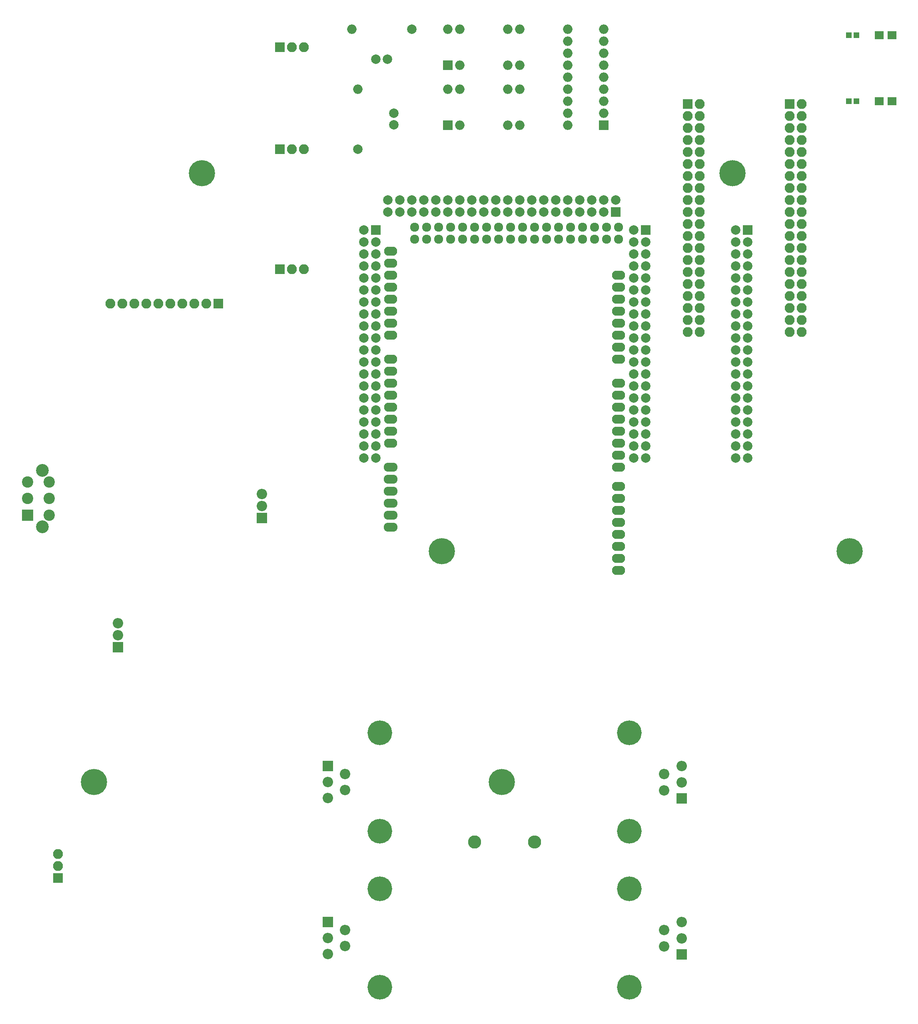
<source format=gbr>
G04 #@! TF.FileFunction,Soldermask,Bot*
%FSLAX46Y46*%
G04 Gerber Fmt 4.6, Leading zero omitted, Abs format (unit mm)*
G04 Created by KiCad (PCBNEW 4.0.6) date 07/21/17 01:23:25*
%MOMM*%
%LPD*%
G01*
G04 APERTURE LIST*
%ADD10C,0.100000*%
%ADD11O,2.800000X1.924000*%
%ADD12O,2.940000X1.924000*%
%ADD13C,1.924000*%
%ADD14R,2.000200X2.000200*%
%ADD15C,2.000200*%
%ADD16R,2.100000X2.100000*%
%ADD17O,2.100000X2.100000*%
%ADD18C,5.539994*%
%ADD19C,5.539740*%
%ADD20C,2.700000*%
%ADD21R,2.400000X2.400000*%
%ADD22C,2.400000*%
%ADD23C,2.000000*%
%ADD24R,1.200000X1.200000*%
%ADD25O,2.000000X2.000000*%
%ADD26R,1.900000X1.700000*%
%ADD27C,2.800000*%
%ADD28O,2.800000X2.800000*%
%ADD29R,2.200000X2.200000*%
%ADD30O,2.200000X2.200000*%
%ADD31R,2.000000X2.000000*%
%ADD32C,5.226000*%
G04 APERTURE END LIST*
D10*
D11*
X144145000Y-92075000D03*
X144145000Y-89535000D03*
X144145000Y-86995000D03*
X144145000Y-84455000D03*
X144145000Y-81915000D03*
X144145000Y-79375000D03*
X144145000Y-76835000D03*
X144145000Y-74295000D03*
X95885000Y-69215000D03*
X95885000Y-71755000D03*
X95885000Y-74295000D03*
X95885000Y-76835000D03*
X95885000Y-86995000D03*
X95885000Y-92075000D03*
X95885000Y-94615000D03*
X95885000Y-84455000D03*
X95885000Y-81915000D03*
X95885000Y-79375000D03*
X95885000Y-97155000D03*
X95885000Y-99695000D03*
X95885000Y-102235000D03*
X95885000Y-109855000D03*
X95885000Y-107315000D03*
X95885000Y-104775000D03*
D12*
X95885000Y-114935000D03*
X95885000Y-117475000D03*
X95885000Y-120015000D03*
X95885000Y-125095000D03*
X95885000Y-127635000D03*
D11*
X144145000Y-97155000D03*
X144145000Y-99695000D03*
X144145000Y-102235000D03*
X144145000Y-104775000D03*
X144145000Y-107315000D03*
X144145000Y-109855000D03*
X144145000Y-112395000D03*
X144145000Y-114935000D03*
X144145000Y-118999000D03*
X144145000Y-121539000D03*
X144145000Y-124079000D03*
X144145000Y-126619000D03*
X144145000Y-129159000D03*
X144145000Y-131699000D03*
X144145000Y-134239000D03*
X144145000Y-136779000D03*
D12*
X95885000Y-122555000D03*
D13*
X141605000Y-66675000D03*
X141605000Y-64135000D03*
X139065000Y-66675000D03*
X139065000Y-64135000D03*
X136525000Y-66675000D03*
X136525000Y-64135000D03*
X133985000Y-66675000D03*
X133985000Y-64135000D03*
X144145000Y-66675000D03*
X144145000Y-64135000D03*
X131445000Y-64135000D03*
X131445000Y-66675000D03*
X128905000Y-66675000D03*
X128905000Y-64135000D03*
X126365000Y-66675000D03*
X126365000Y-64135000D03*
X123825000Y-66675000D03*
X123825000Y-64135000D03*
X121285000Y-66675000D03*
X121285000Y-64135000D03*
X118745000Y-66675000D03*
X118745000Y-64135000D03*
X116205000Y-66675000D03*
X116205000Y-64135000D03*
X113665000Y-66675000D03*
X113665000Y-64135000D03*
X111125000Y-66675000D03*
X111125000Y-64135000D03*
X108585000Y-66675000D03*
X108585000Y-64135000D03*
X106045000Y-66675000D03*
X106045000Y-64135000D03*
X103505000Y-66675000D03*
X103505000Y-64135000D03*
X100965000Y-66675000D03*
X100965000Y-64135000D03*
D14*
X92710000Y-64770000D03*
D15*
X90170000Y-64770000D03*
X92710000Y-67310000D03*
X90170000Y-67310000D03*
X92710000Y-69850000D03*
X90170000Y-69850000D03*
X92710000Y-72390000D03*
X90170000Y-72390000D03*
X92710000Y-74930000D03*
X90170000Y-74930000D03*
X92710000Y-77470000D03*
X90170000Y-77470000D03*
X92710000Y-80010000D03*
X90170000Y-80010000D03*
X92710000Y-82550000D03*
X90170000Y-82550000D03*
X92710000Y-85090000D03*
X90170000Y-85090000D03*
X92710000Y-87630000D03*
X90170000Y-87630000D03*
X92710000Y-90170000D03*
X90170000Y-90170000D03*
X92710000Y-92710000D03*
X90170000Y-92710000D03*
X92710000Y-95250000D03*
X90170000Y-95250000D03*
X92710000Y-97790000D03*
X90170000Y-97790000D03*
X92710000Y-100330000D03*
X90170000Y-100330000D03*
X92710000Y-102870000D03*
X90170000Y-102870000D03*
X92710000Y-105410000D03*
X90170000Y-105410000D03*
X92710000Y-107950000D03*
X90170000Y-107950000D03*
X92710000Y-110490000D03*
X90170000Y-110490000D03*
X92710000Y-113030000D03*
X90170000Y-113030000D03*
D14*
X143510000Y-60960000D03*
D15*
X143510000Y-58420000D03*
X140970000Y-60960000D03*
X140970000Y-58420000D03*
X138430000Y-60960000D03*
X138430000Y-58420000D03*
X135890000Y-60960000D03*
X135890000Y-58420000D03*
X133350000Y-60960000D03*
X133350000Y-58420000D03*
X130810000Y-60960000D03*
X130810000Y-58420000D03*
X128270000Y-60960000D03*
X128270000Y-58420000D03*
X125730000Y-60960000D03*
X125730000Y-58420000D03*
X123190000Y-60960000D03*
X123190000Y-58420000D03*
X120650000Y-60960000D03*
X120650000Y-58420000D03*
X118110000Y-60960000D03*
X118110000Y-58420000D03*
X115570000Y-60960000D03*
X115570000Y-58420000D03*
X113030000Y-60960000D03*
X113030000Y-58420000D03*
X110490000Y-60960000D03*
X110490000Y-58420000D03*
X107950000Y-60960000D03*
X107950000Y-58420000D03*
X105410000Y-60960000D03*
X105410000Y-58420000D03*
X102870000Y-60960000D03*
X102870000Y-58420000D03*
X100330000Y-60960000D03*
X100330000Y-58420000D03*
X97790000Y-60960000D03*
X97790000Y-58420000D03*
X95250000Y-60960000D03*
X95250000Y-58420000D03*
D14*
X149860000Y-64770000D03*
D15*
X147320000Y-64770000D03*
X149860000Y-67310000D03*
X147320000Y-67310000D03*
X149860000Y-69850000D03*
X147320000Y-69850000D03*
X149860000Y-72390000D03*
X147320000Y-72390000D03*
X149860000Y-74930000D03*
X147320000Y-74930000D03*
X149860000Y-77470000D03*
X147320000Y-77470000D03*
X149860000Y-80010000D03*
X147320000Y-80010000D03*
X149860000Y-82550000D03*
X147320000Y-82550000D03*
X149860000Y-85090000D03*
X147320000Y-85090000D03*
X149860000Y-87630000D03*
X147320000Y-87630000D03*
X149860000Y-90170000D03*
X147320000Y-90170000D03*
X149860000Y-92710000D03*
X147320000Y-92710000D03*
X149860000Y-95250000D03*
X147320000Y-95250000D03*
X149860000Y-97790000D03*
X147320000Y-97790000D03*
X149860000Y-100330000D03*
X147320000Y-100330000D03*
X149860000Y-102870000D03*
X147320000Y-102870000D03*
X149860000Y-105410000D03*
X147320000Y-105410000D03*
X149860000Y-107950000D03*
X147320000Y-107950000D03*
X149860000Y-110490000D03*
X147320000Y-110490000D03*
X149860000Y-113030000D03*
X147320000Y-113030000D03*
D14*
X171450000Y-64770000D03*
D15*
X168910000Y-64770000D03*
X171450000Y-67310000D03*
X168910000Y-67310000D03*
X171450000Y-69850000D03*
X168910000Y-69850000D03*
X171450000Y-72390000D03*
X168910000Y-72390000D03*
X171450000Y-74930000D03*
X168910000Y-74930000D03*
X171450000Y-77470000D03*
X168910000Y-77470000D03*
X171450000Y-80010000D03*
X168910000Y-80010000D03*
X171450000Y-82550000D03*
X168910000Y-82550000D03*
X171450000Y-85090000D03*
X168910000Y-85090000D03*
X171450000Y-87630000D03*
X168910000Y-87630000D03*
X171450000Y-90170000D03*
X168910000Y-90170000D03*
X171450000Y-92710000D03*
X168910000Y-92710000D03*
X171450000Y-95250000D03*
X168910000Y-95250000D03*
X171450000Y-97790000D03*
X168910000Y-97790000D03*
X171450000Y-100330000D03*
X168910000Y-100330000D03*
X171450000Y-102870000D03*
X168910000Y-102870000D03*
X171450000Y-105410000D03*
X168910000Y-105410000D03*
X171450000Y-107950000D03*
X168910000Y-107950000D03*
X171450000Y-110490000D03*
X168910000Y-110490000D03*
X171450000Y-113030000D03*
X168910000Y-113030000D03*
D16*
X72390000Y-47625000D03*
D17*
X74930000Y-47625000D03*
X77470000Y-47625000D03*
D16*
X158750000Y-38100000D03*
D17*
X161290000Y-38100000D03*
X158750000Y-40640000D03*
X161290000Y-40640000D03*
X158750000Y-43180000D03*
X161290000Y-43180000D03*
X158750000Y-45720000D03*
X161290000Y-45720000D03*
X158750000Y-48260000D03*
X161290000Y-48260000D03*
X158750000Y-50800000D03*
X161290000Y-50800000D03*
X158750000Y-53340000D03*
X161290000Y-53340000D03*
X158750000Y-55880000D03*
X161290000Y-55880000D03*
X158750000Y-58420000D03*
X161290000Y-58420000D03*
X158750000Y-60960000D03*
X161290000Y-60960000D03*
X158750000Y-63500000D03*
X161290000Y-63500000D03*
X158750000Y-66040000D03*
X161290000Y-66040000D03*
X158750000Y-68580000D03*
X161290000Y-68580000D03*
X158750000Y-71120000D03*
X161290000Y-71120000D03*
X158750000Y-73660000D03*
X161290000Y-73660000D03*
X158750000Y-76200000D03*
X161290000Y-76200000D03*
X158750000Y-78740000D03*
X161290000Y-78740000D03*
X158750000Y-81280000D03*
X161290000Y-81280000D03*
X158750000Y-83820000D03*
X161290000Y-83820000D03*
X158750000Y-86360000D03*
X161290000Y-86360000D03*
D18*
X119380000Y-181610000D03*
D19*
X33020000Y-181610000D03*
D20*
X22152500Y-127602500D03*
D21*
X18972500Y-125102500D03*
D22*
X18972500Y-121602500D03*
X18972500Y-118102500D03*
X23572500Y-125102500D03*
X23572500Y-121602500D03*
X23572500Y-118102500D03*
D20*
X22152500Y-115602500D03*
D23*
X96520000Y-40005000D03*
X96520000Y-42505000D03*
X92710000Y-28575000D03*
X95210000Y-28575000D03*
D24*
X194475000Y-37465000D03*
X192875000Y-37465000D03*
X194475000Y-23495000D03*
X192875000Y-23495000D03*
D16*
X59372500Y-80327500D03*
D17*
X56832500Y-80327500D03*
X54292500Y-80327500D03*
X51752500Y-80327500D03*
X49212500Y-80327500D03*
X46672500Y-80327500D03*
X44132500Y-80327500D03*
X41592500Y-80327500D03*
X39052500Y-80327500D03*
X36512500Y-80327500D03*
D16*
X25400000Y-201930000D03*
D17*
X25400000Y-199390000D03*
X25400000Y-196850000D03*
D23*
X88900000Y-47625000D03*
D25*
X88900000Y-34925000D03*
D23*
X100330000Y-22225000D03*
D25*
X87630000Y-22225000D03*
D26*
X202010000Y-37465000D03*
X199310000Y-37465000D03*
X202010000Y-23495000D03*
X199310000Y-23495000D03*
D27*
X113665000Y-194310000D03*
D28*
X126365000Y-194310000D03*
D29*
X68580000Y-125730000D03*
D30*
X68580000Y-123190000D03*
X68580000Y-120650000D03*
D29*
X38100000Y-153035000D03*
D30*
X38100000Y-150495000D03*
X38100000Y-147955000D03*
D31*
X140970000Y-42545000D03*
D25*
X133350000Y-22225000D03*
X140970000Y-40005000D03*
X133350000Y-24765000D03*
X140970000Y-37465000D03*
X133350000Y-27305000D03*
X140970000Y-34925000D03*
X133350000Y-29845000D03*
X140970000Y-32385000D03*
X133350000Y-32385000D03*
X140970000Y-29845000D03*
X133350000Y-34925000D03*
X140970000Y-27305000D03*
X133350000Y-37465000D03*
X140970000Y-24765000D03*
X133350000Y-40005000D03*
X140970000Y-22225000D03*
X133350000Y-42545000D03*
D31*
X107950000Y-42545000D03*
D25*
X123190000Y-34925000D03*
X110490000Y-42545000D03*
X120650000Y-34925000D03*
X120650000Y-42545000D03*
X110490000Y-34925000D03*
X123190000Y-42545000D03*
X107950000Y-34925000D03*
D31*
X107950000Y-29845000D03*
D25*
X123190000Y-22225000D03*
X110490000Y-29845000D03*
X120650000Y-22225000D03*
X120650000Y-29845000D03*
X110490000Y-22225000D03*
X123190000Y-29845000D03*
X107950000Y-22225000D03*
D16*
X72390000Y-73025000D03*
D17*
X74930000Y-73025000D03*
X77470000Y-73025000D03*
D16*
X72390000Y-26035000D03*
D17*
X74930000Y-26035000D03*
X77470000Y-26035000D03*
D16*
X180340000Y-38100000D03*
D17*
X182880000Y-38100000D03*
X180340000Y-40640000D03*
X182880000Y-40640000D03*
X180340000Y-43180000D03*
X182880000Y-43180000D03*
X180340000Y-45720000D03*
X182880000Y-45720000D03*
X180340000Y-48260000D03*
X182880000Y-48260000D03*
X180340000Y-50800000D03*
X182880000Y-50800000D03*
X180340000Y-53340000D03*
X182880000Y-53340000D03*
X180340000Y-55880000D03*
X182880000Y-55880000D03*
X180340000Y-58420000D03*
X182880000Y-58420000D03*
X180340000Y-60960000D03*
X182880000Y-60960000D03*
X180340000Y-63500000D03*
X182880000Y-63500000D03*
X180340000Y-66040000D03*
X182880000Y-66040000D03*
X180340000Y-68580000D03*
X182880000Y-68580000D03*
X180340000Y-71120000D03*
X182880000Y-71120000D03*
X180340000Y-73660000D03*
X182880000Y-73660000D03*
X180340000Y-76200000D03*
X182880000Y-76200000D03*
X180340000Y-78740000D03*
X182880000Y-78740000D03*
X180340000Y-81280000D03*
X182880000Y-81280000D03*
X180340000Y-83820000D03*
X182880000Y-83820000D03*
X180340000Y-86360000D03*
X182880000Y-86360000D03*
D18*
X168275000Y-52705000D03*
X55880000Y-52705000D03*
X193040000Y-132715000D03*
D19*
X106680000Y-132715000D03*
D29*
X82550000Y-178181000D03*
D30*
X86250000Y-179881000D03*
X82550000Y-181581000D03*
X86250000Y-183281000D03*
X82550000Y-184981000D03*
D32*
X93599000Y-171196000D03*
X93599000Y-192024000D03*
D29*
X82550000Y-211201000D03*
D30*
X86250000Y-212901000D03*
X82550000Y-214601000D03*
X86250000Y-216301000D03*
X82550000Y-218001000D03*
D32*
X93599000Y-204216000D03*
X93599000Y-225044000D03*
D29*
X157480000Y-218059000D03*
D30*
X153780000Y-216359000D03*
X157480000Y-214659000D03*
X153780000Y-212959000D03*
X157480000Y-211259000D03*
D32*
X146431000Y-225044000D03*
X146431000Y-204216000D03*
D29*
X157480000Y-185039000D03*
D30*
X153780000Y-183339000D03*
X157480000Y-181639000D03*
X153780000Y-179939000D03*
X157480000Y-178239000D03*
D32*
X146431000Y-192024000D03*
X146431000Y-171196000D03*
M02*

</source>
